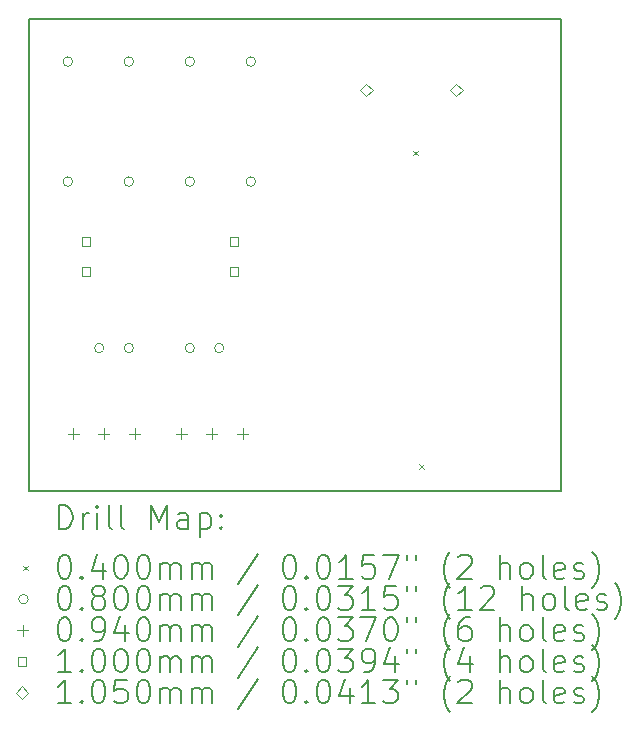
<source format=gbr>
%TF.GenerationSoftware,KiCad,Pcbnew,7.0.7*%
%TF.CreationDate,2023-10-13T15:55:00-04:00*%
%TF.ProjectId,project1,70726f6a-6563-4743-912e-6b696361645f,rev?*%
%TF.SameCoordinates,Original*%
%TF.FileFunction,Drillmap*%
%TF.FilePolarity,Positive*%
%FSLAX45Y45*%
G04 Gerber Fmt 4.5, Leading zero omitted, Abs format (unit mm)*
G04 Created by KiCad (PCBNEW 7.0.7) date 2023-10-13 15:55:00*
%MOMM*%
%LPD*%
G01*
G04 APERTURE LIST*
%ADD10C,0.200000*%
%ADD11C,0.040000*%
%ADD12C,0.080000*%
%ADD13C,0.094000*%
%ADD14C,0.100000*%
%ADD15C,0.105000*%
G04 APERTURE END LIST*
D10*
X10000000Y-14000000D02*
X14500000Y-14000000D01*
X14500000Y-14000000D02*
X14500000Y-10000000D01*
X10000000Y-10000000D02*
X10000000Y-14000000D01*
X14500000Y-10000000D02*
X10000000Y-10000000D01*
D11*
X13251500Y-11117900D02*
X13291500Y-11157900D01*
X13291500Y-11117900D02*
X13251500Y-11157900D01*
X13302300Y-13772200D02*
X13342300Y-13812200D01*
X13342300Y-13772200D02*
X13302300Y-13812200D01*
D12*
X10365100Y-10363200D02*
G75*
G03*
X10365100Y-10363200I-40000J0D01*
G01*
X10365100Y-11379200D02*
G75*
G03*
X10365100Y-11379200I-40000J0D01*
G01*
X10631800Y-12788900D02*
G75*
G03*
X10631800Y-12788900I-40000J0D01*
G01*
X10881567Y-10363200D02*
G75*
G03*
X10881567Y-10363200I-40000J0D01*
G01*
X10881567Y-11379200D02*
G75*
G03*
X10881567Y-11379200I-40000J0D01*
G01*
X10881800Y-12788900D02*
G75*
G03*
X10881800Y-12788900I-40000J0D01*
G01*
X11397800Y-12788900D02*
G75*
G03*
X11397800Y-12788900I-40000J0D01*
G01*
X11398033Y-10363200D02*
G75*
G03*
X11398033Y-10363200I-40000J0D01*
G01*
X11398033Y-11379200D02*
G75*
G03*
X11398033Y-11379200I-40000J0D01*
G01*
X11647800Y-12788900D02*
G75*
G03*
X11647800Y-12788900I-40000J0D01*
G01*
X11914500Y-10363200D02*
G75*
G03*
X11914500Y-10363200I-40000J0D01*
G01*
X11914500Y-11379200D02*
G75*
G03*
X11914500Y-11379200I-40000J0D01*
G01*
D13*
X10369900Y-13465600D02*
X10369900Y-13559600D01*
X10322900Y-13512600D02*
X10416900Y-13512600D01*
X10629900Y-13465600D02*
X10629900Y-13559600D01*
X10582900Y-13512600D02*
X10676900Y-13512600D01*
X10889900Y-13465600D02*
X10889900Y-13559600D01*
X10842900Y-13512600D02*
X10936900Y-13512600D01*
X11284300Y-13465600D02*
X11284300Y-13559600D01*
X11237300Y-13512600D02*
X11331300Y-13512600D01*
X11544300Y-13465600D02*
X11544300Y-13559600D01*
X11497300Y-13512600D02*
X11591300Y-13512600D01*
X11804300Y-13465600D02*
X11804300Y-13559600D01*
X11757300Y-13512600D02*
X11851300Y-13512600D01*
D14*
X10512856Y-11922556D02*
X10512856Y-11851844D01*
X10442144Y-11851844D01*
X10442144Y-11922556D01*
X10512856Y-11922556D01*
X10512856Y-12176556D02*
X10512856Y-12105844D01*
X10442144Y-12105844D01*
X10442144Y-12176556D01*
X10512856Y-12176556D01*
X11770156Y-11922556D02*
X11770156Y-11851844D01*
X11699444Y-11851844D01*
X11699444Y-11922556D01*
X11770156Y-11922556D01*
X11770156Y-12176556D02*
X11770156Y-12105844D01*
X11699444Y-12105844D01*
X11699444Y-12176556D01*
X11770156Y-12176556D01*
D15*
X12852500Y-10657000D02*
X12905000Y-10604500D01*
X12852500Y-10552000D01*
X12800000Y-10604500D01*
X12852500Y-10657000D01*
X13614500Y-10657000D02*
X13667000Y-10604500D01*
X13614500Y-10552000D01*
X13562000Y-10604500D01*
X13614500Y-10657000D01*
D10*
X10250777Y-14321484D02*
X10250777Y-14121484D01*
X10250777Y-14121484D02*
X10298396Y-14121484D01*
X10298396Y-14121484D02*
X10326967Y-14131008D01*
X10326967Y-14131008D02*
X10346015Y-14150055D01*
X10346015Y-14150055D02*
X10355539Y-14169103D01*
X10355539Y-14169103D02*
X10365063Y-14207198D01*
X10365063Y-14207198D02*
X10365063Y-14235769D01*
X10365063Y-14235769D02*
X10355539Y-14273865D01*
X10355539Y-14273865D02*
X10346015Y-14292912D01*
X10346015Y-14292912D02*
X10326967Y-14311960D01*
X10326967Y-14311960D02*
X10298396Y-14321484D01*
X10298396Y-14321484D02*
X10250777Y-14321484D01*
X10450777Y-14321484D02*
X10450777Y-14188150D01*
X10450777Y-14226246D02*
X10460301Y-14207198D01*
X10460301Y-14207198D02*
X10469824Y-14197674D01*
X10469824Y-14197674D02*
X10488872Y-14188150D01*
X10488872Y-14188150D02*
X10507920Y-14188150D01*
X10574586Y-14321484D02*
X10574586Y-14188150D01*
X10574586Y-14121484D02*
X10565063Y-14131008D01*
X10565063Y-14131008D02*
X10574586Y-14140531D01*
X10574586Y-14140531D02*
X10584110Y-14131008D01*
X10584110Y-14131008D02*
X10574586Y-14121484D01*
X10574586Y-14121484D02*
X10574586Y-14140531D01*
X10698396Y-14321484D02*
X10679348Y-14311960D01*
X10679348Y-14311960D02*
X10669824Y-14292912D01*
X10669824Y-14292912D02*
X10669824Y-14121484D01*
X10803158Y-14321484D02*
X10784110Y-14311960D01*
X10784110Y-14311960D02*
X10774586Y-14292912D01*
X10774586Y-14292912D02*
X10774586Y-14121484D01*
X11031729Y-14321484D02*
X11031729Y-14121484D01*
X11031729Y-14121484D02*
X11098396Y-14264341D01*
X11098396Y-14264341D02*
X11165063Y-14121484D01*
X11165063Y-14121484D02*
X11165063Y-14321484D01*
X11346015Y-14321484D02*
X11346015Y-14216722D01*
X11346015Y-14216722D02*
X11336491Y-14197674D01*
X11336491Y-14197674D02*
X11317443Y-14188150D01*
X11317443Y-14188150D02*
X11279348Y-14188150D01*
X11279348Y-14188150D02*
X11260301Y-14197674D01*
X11346015Y-14311960D02*
X11326967Y-14321484D01*
X11326967Y-14321484D02*
X11279348Y-14321484D01*
X11279348Y-14321484D02*
X11260301Y-14311960D01*
X11260301Y-14311960D02*
X11250777Y-14292912D01*
X11250777Y-14292912D02*
X11250777Y-14273865D01*
X11250777Y-14273865D02*
X11260301Y-14254817D01*
X11260301Y-14254817D02*
X11279348Y-14245293D01*
X11279348Y-14245293D02*
X11326967Y-14245293D01*
X11326967Y-14245293D02*
X11346015Y-14235769D01*
X11441253Y-14188150D02*
X11441253Y-14388150D01*
X11441253Y-14197674D02*
X11460301Y-14188150D01*
X11460301Y-14188150D02*
X11498396Y-14188150D01*
X11498396Y-14188150D02*
X11517443Y-14197674D01*
X11517443Y-14197674D02*
X11526967Y-14207198D01*
X11526967Y-14207198D02*
X11536491Y-14226246D01*
X11536491Y-14226246D02*
X11536491Y-14283388D01*
X11536491Y-14283388D02*
X11526967Y-14302436D01*
X11526967Y-14302436D02*
X11517443Y-14311960D01*
X11517443Y-14311960D02*
X11498396Y-14321484D01*
X11498396Y-14321484D02*
X11460301Y-14321484D01*
X11460301Y-14321484D02*
X11441253Y-14311960D01*
X11622205Y-14302436D02*
X11631729Y-14311960D01*
X11631729Y-14311960D02*
X11622205Y-14321484D01*
X11622205Y-14321484D02*
X11612682Y-14311960D01*
X11612682Y-14311960D02*
X11622205Y-14302436D01*
X11622205Y-14302436D02*
X11622205Y-14321484D01*
X11622205Y-14197674D02*
X11631729Y-14207198D01*
X11631729Y-14207198D02*
X11622205Y-14216722D01*
X11622205Y-14216722D02*
X11612682Y-14207198D01*
X11612682Y-14207198D02*
X11622205Y-14197674D01*
X11622205Y-14197674D02*
X11622205Y-14216722D01*
D11*
X9950000Y-14630000D02*
X9990000Y-14670000D01*
X9990000Y-14630000D02*
X9950000Y-14670000D01*
D10*
X10288872Y-14541484D02*
X10307920Y-14541484D01*
X10307920Y-14541484D02*
X10326967Y-14551008D01*
X10326967Y-14551008D02*
X10336491Y-14560531D01*
X10336491Y-14560531D02*
X10346015Y-14579579D01*
X10346015Y-14579579D02*
X10355539Y-14617674D01*
X10355539Y-14617674D02*
X10355539Y-14665293D01*
X10355539Y-14665293D02*
X10346015Y-14703388D01*
X10346015Y-14703388D02*
X10336491Y-14722436D01*
X10336491Y-14722436D02*
X10326967Y-14731960D01*
X10326967Y-14731960D02*
X10307920Y-14741484D01*
X10307920Y-14741484D02*
X10288872Y-14741484D01*
X10288872Y-14741484D02*
X10269824Y-14731960D01*
X10269824Y-14731960D02*
X10260301Y-14722436D01*
X10260301Y-14722436D02*
X10250777Y-14703388D01*
X10250777Y-14703388D02*
X10241253Y-14665293D01*
X10241253Y-14665293D02*
X10241253Y-14617674D01*
X10241253Y-14617674D02*
X10250777Y-14579579D01*
X10250777Y-14579579D02*
X10260301Y-14560531D01*
X10260301Y-14560531D02*
X10269824Y-14551008D01*
X10269824Y-14551008D02*
X10288872Y-14541484D01*
X10441253Y-14722436D02*
X10450777Y-14731960D01*
X10450777Y-14731960D02*
X10441253Y-14741484D01*
X10441253Y-14741484D02*
X10431729Y-14731960D01*
X10431729Y-14731960D02*
X10441253Y-14722436D01*
X10441253Y-14722436D02*
X10441253Y-14741484D01*
X10622205Y-14608150D02*
X10622205Y-14741484D01*
X10574586Y-14531960D02*
X10526967Y-14674817D01*
X10526967Y-14674817D02*
X10650777Y-14674817D01*
X10765063Y-14541484D02*
X10784110Y-14541484D01*
X10784110Y-14541484D02*
X10803158Y-14551008D01*
X10803158Y-14551008D02*
X10812682Y-14560531D01*
X10812682Y-14560531D02*
X10822205Y-14579579D01*
X10822205Y-14579579D02*
X10831729Y-14617674D01*
X10831729Y-14617674D02*
X10831729Y-14665293D01*
X10831729Y-14665293D02*
X10822205Y-14703388D01*
X10822205Y-14703388D02*
X10812682Y-14722436D01*
X10812682Y-14722436D02*
X10803158Y-14731960D01*
X10803158Y-14731960D02*
X10784110Y-14741484D01*
X10784110Y-14741484D02*
X10765063Y-14741484D01*
X10765063Y-14741484D02*
X10746015Y-14731960D01*
X10746015Y-14731960D02*
X10736491Y-14722436D01*
X10736491Y-14722436D02*
X10726967Y-14703388D01*
X10726967Y-14703388D02*
X10717444Y-14665293D01*
X10717444Y-14665293D02*
X10717444Y-14617674D01*
X10717444Y-14617674D02*
X10726967Y-14579579D01*
X10726967Y-14579579D02*
X10736491Y-14560531D01*
X10736491Y-14560531D02*
X10746015Y-14551008D01*
X10746015Y-14551008D02*
X10765063Y-14541484D01*
X10955539Y-14541484D02*
X10974586Y-14541484D01*
X10974586Y-14541484D02*
X10993634Y-14551008D01*
X10993634Y-14551008D02*
X11003158Y-14560531D01*
X11003158Y-14560531D02*
X11012682Y-14579579D01*
X11012682Y-14579579D02*
X11022205Y-14617674D01*
X11022205Y-14617674D02*
X11022205Y-14665293D01*
X11022205Y-14665293D02*
X11012682Y-14703388D01*
X11012682Y-14703388D02*
X11003158Y-14722436D01*
X11003158Y-14722436D02*
X10993634Y-14731960D01*
X10993634Y-14731960D02*
X10974586Y-14741484D01*
X10974586Y-14741484D02*
X10955539Y-14741484D01*
X10955539Y-14741484D02*
X10936491Y-14731960D01*
X10936491Y-14731960D02*
X10926967Y-14722436D01*
X10926967Y-14722436D02*
X10917444Y-14703388D01*
X10917444Y-14703388D02*
X10907920Y-14665293D01*
X10907920Y-14665293D02*
X10907920Y-14617674D01*
X10907920Y-14617674D02*
X10917444Y-14579579D01*
X10917444Y-14579579D02*
X10926967Y-14560531D01*
X10926967Y-14560531D02*
X10936491Y-14551008D01*
X10936491Y-14551008D02*
X10955539Y-14541484D01*
X11107920Y-14741484D02*
X11107920Y-14608150D01*
X11107920Y-14627198D02*
X11117444Y-14617674D01*
X11117444Y-14617674D02*
X11136491Y-14608150D01*
X11136491Y-14608150D02*
X11165063Y-14608150D01*
X11165063Y-14608150D02*
X11184110Y-14617674D01*
X11184110Y-14617674D02*
X11193634Y-14636722D01*
X11193634Y-14636722D02*
X11193634Y-14741484D01*
X11193634Y-14636722D02*
X11203158Y-14617674D01*
X11203158Y-14617674D02*
X11222205Y-14608150D01*
X11222205Y-14608150D02*
X11250777Y-14608150D01*
X11250777Y-14608150D02*
X11269824Y-14617674D01*
X11269824Y-14617674D02*
X11279348Y-14636722D01*
X11279348Y-14636722D02*
X11279348Y-14741484D01*
X11374586Y-14741484D02*
X11374586Y-14608150D01*
X11374586Y-14627198D02*
X11384110Y-14617674D01*
X11384110Y-14617674D02*
X11403158Y-14608150D01*
X11403158Y-14608150D02*
X11431729Y-14608150D01*
X11431729Y-14608150D02*
X11450777Y-14617674D01*
X11450777Y-14617674D02*
X11460301Y-14636722D01*
X11460301Y-14636722D02*
X11460301Y-14741484D01*
X11460301Y-14636722D02*
X11469824Y-14617674D01*
X11469824Y-14617674D02*
X11488872Y-14608150D01*
X11488872Y-14608150D02*
X11517443Y-14608150D01*
X11517443Y-14608150D02*
X11536491Y-14617674D01*
X11536491Y-14617674D02*
X11546015Y-14636722D01*
X11546015Y-14636722D02*
X11546015Y-14741484D01*
X11936491Y-14531960D02*
X11765063Y-14789103D01*
X12193634Y-14541484D02*
X12212682Y-14541484D01*
X12212682Y-14541484D02*
X12231729Y-14551008D01*
X12231729Y-14551008D02*
X12241253Y-14560531D01*
X12241253Y-14560531D02*
X12250777Y-14579579D01*
X12250777Y-14579579D02*
X12260301Y-14617674D01*
X12260301Y-14617674D02*
X12260301Y-14665293D01*
X12260301Y-14665293D02*
X12250777Y-14703388D01*
X12250777Y-14703388D02*
X12241253Y-14722436D01*
X12241253Y-14722436D02*
X12231729Y-14731960D01*
X12231729Y-14731960D02*
X12212682Y-14741484D01*
X12212682Y-14741484D02*
X12193634Y-14741484D01*
X12193634Y-14741484D02*
X12174586Y-14731960D01*
X12174586Y-14731960D02*
X12165063Y-14722436D01*
X12165063Y-14722436D02*
X12155539Y-14703388D01*
X12155539Y-14703388D02*
X12146015Y-14665293D01*
X12146015Y-14665293D02*
X12146015Y-14617674D01*
X12146015Y-14617674D02*
X12155539Y-14579579D01*
X12155539Y-14579579D02*
X12165063Y-14560531D01*
X12165063Y-14560531D02*
X12174586Y-14551008D01*
X12174586Y-14551008D02*
X12193634Y-14541484D01*
X12346015Y-14722436D02*
X12355539Y-14731960D01*
X12355539Y-14731960D02*
X12346015Y-14741484D01*
X12346015Y-14741484D02*
X12336491Y-14731960D01*
X12336491Y-14731960D02*
X12346015Y-14722436D01*
X12346015Y-14722436D02*
X12346015Y-14741484D01*
X12479348Y-14541484D02*
X12498396Y-14541484D01*
X12498396Y-14541484D02*
X12517444Y-14551008D01*
X12517444Y-14551008D02*
X12526967Y-14560531D01*
X12526967Y-14560531D02*
X12536491Y-14579579D01*
X12536491Y-14579579D02*
X12546015Y-14617674D01*
X12546015Y-14617674D02*
X12546015Y-14665293D01*
X12546015Y-14665293D02*
X12536491Y-14703388D01*
X12536491Y-14703388D02*
X12526967Y-14722436D01*
X12526967Y-14722436D02*
X12517444Y-14731960D01*
X12517444Y-14731960D02*
X12498396Y-14741484D01*
X12498396Y-14741484D02*
X12479348Y-14741484D01*
X12479348Y-14741484D02*
X12460301Y-14731960D01*
X12460301Y-14731960D02*
X12450777Y-14722436D01*
X12450777Y-14722436D02*
X12441253Y-14703388D01*
X12441253Y-14703388D02*
X12431729Y-14665293D01*
X12431729Y-14665293D02*
X12431729Y-14617674D01*
X12431729Y-14617674D02*
X12441253Y-14579579D01*
X12441253Y-14579579D02*
X12450777Y-14560531D01*
X12450777Y-14560531D02*
X12460301Y-14551008D01*
X12460301Y-14551008D02*
X12479348Y-14541484D01*
X12736491Y-14741484D02*
X12622206Y-14741484D01*
X12679348Y-14741484D02*
X12679348Y-14541484D01*
X12679348Y-14541484D02*
X12660301Y-14570055D01*
X12660301Y-14570055D02*
X12641253Y-14589103D01*
X12641253Y-14589103D02*
X12622206Y-14598627D01*
X12917444Y-14541484D02*
X12822206Y-14541484D01*
X12822206Y-14541484D02*
X12812682Y-14636722D01*
X12812682Y-14636722D02*
X12822206Y-14627198D01*
X12822206Y-14627198D02*
X12841253Y-14617674D01*
X12841253Y-14617674D02*
X12888872Y-14617674D01*
X12888872Y-14617674D02*
X12907920Y-14627198D01*
X12907920Y-14627198D02*
X12917444Y-14636722D01*
X12917444Y-14636722D02*
X12926967Y-14655769D01*
X12926967Y-14655769D02*
X12926967Y-14703388D01*
X12926967Y-14703388D02*
X12917444Y-14722436D01*
X12917444Y-14722436D02*
X12907920Y-14731960D01*
X12907920Y-14731960D02*
X12888872Y-14741484D01*
X12888872Y-14741484D02*
X12841253Y-14741484D01*
X12841253Y-14741484D02*
X12822206Y-14731960D01*
X12822206Y-14731960D02*
X12812682Y-14722436D01*
X12993634Y-14541484D02*
X13126967Y-14541484D01*
X13126967Y-14541484D02*
X13041253Y-14741484D01*
X13193634Y-14541484D02*
X13193634Y-14579579D01*
X13269825Y-14541484D02*
X13269825Y-14579579D01*
X13565063Y-14817674D02*
X13555539Y-14808150D01*
X13555539Y-14808150D02*
X13536491Y-14779579D01*
X13536491Y-14779579D02*
X13526968Y-14760531D01*
X13526968Y-14760531D02*
X13517444Y-14731960D01*
X13517444Y-14731960D02*
X13507920Y-14684341D01*
X13507920Y-14684341D02*
X13507920Y-14646246D01*
X13507920Y-14646246D02*
X13517444Y-14598627D01*
X13517444Y-14598627D02*
X13526968Y-14570055D01*
X13526968Y-14570055D02*
X13536491Y-14551008D01*
X13536491Y-14551008D02*
X13555539Y-14522436D01*
X13555539Y-14522436D02*
X13565063Y-14512912D01*
X13631729Y-14560531D02*
X13641253Y-14551008D01*
X13641253Y-14551008D02*
X13660301Y-14541484D01*
X13660301Y-14541484D02*
X13707920Y-14541484D01*
X13707920Y-14541484D02*
X13726968Y-14551008D01*
X13726968Y-14551008D02*
X13736491Y-14560531D01*
X13736491Y-14560531D02*
X13746015Y-14579579D01*
X13746015Y-14579579D02*
X13746015Y-14598627D01*
X13746015Y-14598627D02*
X13736491Y-14627198D01*
X13736491Y-14627198D02*
X13622206Y-14741484D01*
X13622206Y-14741484D02*
X13746015Y-14741484D01*
X13984110Y-14741484D02*
X13984110Y-14541484D01*
X14069825Y-14741484D02*
X14069825Y-14636722D01*
X14069825Y-14636722D02*
X14060301Y-14617674D01*
X14060301Y-14617674D02*
X14041253Y-14608150D01*
X14041253Y-14608150D02*
X14012682Y-14608150D01*
X14012682Y-14608150D02*
X13993634Y-14617674D01*
X13993634Y-14617674D02*
X13984110Y-14627198D01*
X14193634Y-14741484D02*
X14174587Y-14731960D01*
X14174587Y-14731960D02*
X14165063Y-14722436D01*
X14165063Y-14722436D02*
X14155539Y-14703388D01*
X14155539Y-14703388D02*
X14155539Y-14646246D01*
X14155539Y-14646246D02*
X14165063Y-14627198D01*
X14165063Y-14627198D02*
X14174587Y-14617674D01*
X14174587Y-14617674D02*
X14193634Y-14608150D01*
X14193634Y-14608150D02*
X14222206Y-14608150D01*
X14222206Y-14608150D02*
X14241253Y-14617674D01*
X14241253Y-14617674D02*
X14250777Y-14627198D01*
X14250777Y-14627198D02*
X14260301Y-14646246D01*
X14260301Y-14646246D02*
X14260301Y-14703388D01*
X14260301Y-14703388D02*
X14250777Y-14722436D01*
X14250777Y-14722436D02*
X14241253Y-14731960D01*
X14241253Y-14731960D02*
X14222206Y-14741484D01*
X14222206Y-14741484D02*
X14193634Y-14741484D01*
X14374587Y-14741484D02*
X14355539Y-14731960D01*
X14355539Y-14731960D02*
X14346015Y-14712912D01*
X14346015Y-14712912D02*
X14346015Y-14541484D01*
X14526968Y-14731960D02*
X14507920Y-14741484D01*
X14507920Y-14741484D02*
X14469825Y-14741484D01*
X14469825Y-14741484D02*
X14450777Y-14731960D01*
X14450777Y-14731960D02*
X14441253Y-14712912D01*
X14441253Y-14712912D02*
X14441253Y-14636722D01*
X14441253Y-14636722D02*
X14450777Y-14617674D01*
X14450777Y-14617674D02*
X14469825Y-14608150D01*
X14469825Y-14608150D02*
X14507920Y-14608150D01*
X14507920Y-14608150D02*
X14526968Y-14617674D01*
X14526968Y-14617674D02*
X14536491Y-14636722D01*
X14536491Y-14636722D02*
X14536491Y-14655769D01*
X14536491Y-14655769D02*
X14441253Y-14674817D01*
X14612682Y-14731960D02*
X14631730Y-14741484D01*
X14631730Y-14741484D02*
X14669825Y-14741484D01*
X14669825Y-14741484D02*
X14688872Y-14731960D01*
X14688872Y-14731960D02*
X14698396Y-14712912D01*
X14698396Y-14712912D02*
X14698396Y-14703388D01*
X14698396Y-14703388D02*
X14688872Y-14684341D01*
X14688872Y-14684341D02*
X14669825Y-14674817D01*
X14669825Y-14674817D02*
X14641253Y-14674817D01*
X14641253Y-14674817D02*
X14622206Y-14665293D01*
X14622206Y-14665293D02*
X14612682Y-14646246D01*
X14612682Y-14646246D02*
X14612682Y-14636722D01*
X14612682Y-14636722D02*
X14622206Y-14617674D01*
X14622206Y-14617674D02*
X14641253Y-14608150D01*
X14641253Y-14608150D02*
X14669825Y-14608150D01*
X14669825Y-14608150D02*
X14688872Y-14617674D01*
X14765063Y-14817674D02*
X14774587Y-14808150D01*
X14774587Y-14808150D02*
X14793634Y-14779579D01*
X14793634Y-14779579D02*
X14803158Y-14760531D01*
X14803158Y-14760531D02*
X14812682Y-14731960D01*
X14812682Y-14731960D02*
X14822206Y-14684341D01*
X14822206Y-14684341D02*
X14822206Y-14646246D01*
X14822206Y-14646246D02*
X14812682Y-14598627D01*
X14812682Y-14598627D02*
X14803158Y-14570055D01*
X14803158Y-14570055D02*
X14793634Y-14551008D01*
X14793634Y-14551008D02*
X14774587Y-14522436D01*
X14774587Y-14522436D02*
X14765063Y-14512912D01*
D12*
X9990000Y-14914000D02*
G75*
G03*
X9990000Y-14914000I-40000J0D01*
G01*
D10*
X10288872Y-14805484D02*
X10307920Y-14805484D01*
X10307920Y-14805484D02*
X10326967Y-14815008D01*
X10326967Y-14815008D02*
X10336491Y-14824531D01*
X10336491Y-14824531D02*
X10346015Y-14843579D01*
X10346015Y-14843579D02*
X10355539Y-14881674D01*
X10355539Y-14881674D02*
X10355539Y-14929293D01*
X10355539Y-14929293D02*
X10346015Y-14967388D01*
X10346015Y-14967388D02*
X10336491Y-14986436D01*
X10336491Y-14986436D02*
X10326967Y-14995960D01*
X10326967Y-14995960D02*
X10307920Y-15005484D01*
X10307920Y-15005484D02*
X10288872Y-15005484D01*
X10288872Y-15005484D02*
X10269824Y-14995960D01*
X10269824Y-14995960D02*
X10260301Y-14986436D01*
X10260301Y-14986436D02*
X10250777Y-14967388D01*
X10250777Y-14967388D02*
X10241253Y-14929293D01*
X10241253Y-14929293D02*
X10241253Y-14881674D01*
X10241253Y-14881674D02*
X10250777Y-14843579D01*
X10250777Y-14843579D02*
X10260301Y-14824531D01*
X10260301Y-14824531D02*
X10269824Y-14815008D01*
X10269824Y-14815008D02*
X10288872Y-14805484D01*
X10441253Y-14986436D02*
X10450777Y-14995960D01*
X10450777Y-14995960D02*
X10441253Y-15005484D01*
X10441253Y-15005484D02*
X10431729Y-14995960D01*
X10431729Y-14995960D02*
X10441253Y-14986436D01*
X10441253Y-14986436D02*
X10441253Y-15005484D01*
X10565063Y-14891198D02*
X10546015Y-14881674D01*
X10546015Y-14881674D02*
X10536491Y-14872150D01*
X10536491Y-14872150D02*
X10526967Y-14853103D01*
X10526967Y-14853103D02*
X10526967Y-14843579D01*
X10526967Y-14843579D02*
X10536491Y-14824531D01*
X10536491Y-14824531D02*
X10546015Y-14815008D01*
X10546015Y-14815008D02*
X10565063Y-14805484D01*
X10565063Y-14805484D02*
X10603158Y-14805484D01*
X10603158Y-14805484D02*
X10622205Y-14815008D01*
X10622205Y-14815008D02*
X10631729Y-14824531D01*
X10631729Y-14824531D02*
X10641253Y-14843579D01*
X10641253Y-14843579D02*
X10641253Y-14853103D01*
X10641253Y-14853103D02*
X10631729Y-14872150D01*
X10631729Y-14872150D02*
X10622205Y-14881674D01*
X10622205Y-14881674D02*
X10603158Y-14891198D01*
X10603158Y-14891198D02*
X10565063Y-14891198D01*
X10565063Y-14891198D02*
X10546015Y-14900722D01*
X10546015Y-14900722D02*
X10536491Y-14910246D01*
X10536491Y-14910246D02*
X10526967Y-14929293D01*
X10526967Y-14929293D02*
X10526967Y-14967388D01*
X10526967Y-14967388D02*
X10536491Y-14986436D01*
X10536491Y-14986436D02*
X10546015Y-14995960D01*
X10546015Y-14995960D02*
X10565063Y-15005484D01*
X10565063Y-15005484D02*
X10603158Y-15005484D01*
X10603158Y-15005484D02*
X10622205Y-14995960D01*
X10622205Y-14995960D02*
X10631729Y-14986436D01*
X10631729Y-14986436D02*
X10641253Y-14967388D01*
X10641253Y-14967388D02*
X10641253Y-14929293D01*
X10641253Y-14929293D02*
X10631729Y-14910246D01*
X10631729Y-14910246D02*
X10622205Y-14900722D01*
X10622205Y-14900722D02*
X10603158Y-14891198D01*
X10765063Y-14805484D02*
X10784110Y-14805484D01*
X10784110Y-14805484D02*
X10803158Y-14815008D01*
X10803158Y-14815008D02*
X10812682Y-14824531D01*
X10812682Y-14824531D02*
X10822205Y-14843579D01*
X10822205Y-14843579D02*
X10831729Y-14881674D01*
X10831729Y-14881674D02*
X10831729Y-14929293D01*
X10831729Y-14929293D02*
X10822205Y-14967388D01*
X10822205Y-14967388D02*
X10812682Y-14986436D01*
X10812682Y-14986436D02*
X10803158Y-14995960D01*
X10803158Y-14995960D02*
X10784110Y-15005484D01*
X10784110Y-15005484D02*
X10765063Y-15005484D01*
X10765063Y-15005484D02*
X10746015Y-14995960D01*
X10746015Y-14995960D02*
X10736491Y-14986436D01*
X10736491Y-14986436D02*
X10726967Y-14967388D01*
X10726967Y-14967388D02*
X10717444Y-14929293D01*
X10717444Y-14929293D02*
X10717444Y-14881674D01*
X10717444Y-14881674D02*
X10726967Y-14843579D01*
X10726967Y-14843579D02*
X10736491Y-14824531D01*
X10736491Y-14824531D02*
X10746015Y-14815008D01*
X10746015Y-14815008D02*
X10765063Y-14805484D01*
X10955539Y-14805484D02*
X10974586Y-14805484D01*
X10974586Y-14805484D02*
X10993634Y-14815008D01*
X10993634Y-14815008D02*
X11003158Y-14824531D01*
X11003158Y-14824531D02*
X11012682Y-14843579D01*
X11012682Y-14843579D02*
X11022205Y-14881674D01*
X11022205Y-14881674D02*
X11022205Y-14929293D01*
X11022205Y-14929293D02*
X11012682Y-14967388D01*
X11012682Y-14967388D02*
X11003158Y-14986436D01*
X11003158Y-14986436D02*
X10993634Y-14995960D01*
X10993634Y-14995960D02*
X10974586Y-15005484D01*
X10974586Y-15005484D02*
X10955539Y-15005484D01*
X10955539Y-15005484D02*
X10936491Y-14995960D01*
X10936491Y-14995960D02*
X10926967Y-14986436D01*
X10926967Y-14986436D02*
X10917444Y-14967388D01*
X10917444Y-14967388D02*
X10907920Y-14929293D01*
X10907920Y-14929293D02*
X10907920Y-14881674D01*
X10907920Y-14881674D02*
X10917444Y-14843579D01*
X10917444Y-14843579D02*
X10926967Y-14824531D01*
X10926967Y-14824531D02*
X10936491Y-14815008D01*
X10936491Y-14815008D02*
X10955539Y-14805484D01*
X11107920Y-15005484D02*
X11107920Y-14872150D01*
X11107920Y-14891198D02*
X11117444Y-14881674D01*
X11117444Y-14881674D02*
X11136491Y-14872150D01*
X11136491Y-14872150D02*
X11165063Y-14872150D01*
X11165063Y-14872150D02*
X11184110Y-14881674D01*
X11184110Y-14881674D02*
X11193634Y-14900722D01*
X11193634Y-14900722D02*
X11193634Y-15005484D01*
X11193634Y-14900722D02*
X11203158Y-14881674D01*
X11203158Y-14881674D02*
X11222205Y-14872150D01*
X11222205Y-14872150D02*
X11250777Y-14872150D01*
X11250777Y-14872150D02*
X11269824Y-14881674D01*
X11269824Y-14881674D02*
X11279348Y-14900722D01*
X11279348Y-14900722D02*
X11279348Y-15005484D01*
X11374586Y-15005484D02*
X11374586Y-14872150D01*
X11374586Y-14891198D02*
X11384110Y-14881674D01*
X11384110Y-14881674D02*
X11403158Y-14872150D01*
X11403158Y-14872150D02*
X11431729Y-14872150D01*
X11431729Y-14872150D02*
X11450777Y-14881674D01*
X11450777Y-14881674D02*
X11460301Y-14900722D01*
X11460301Y-14900722D02*
X11460301Y-15005484D01*
X11460301Y-14900722D02*
X11469824Y-14881674D01*
X11469824Y-14881674D02*
X11488872Y-14872150D01*
X11488872Y-14872150D02*
X11517443Y-14872150D01*
X11517443Y-14872150D02*
X11536491Y-14881674D01*
X11536491Y-14881674D02*
X11546015Y-14900722D01*
X11546015Y-14900722D02*
X11546015Y-15005484D01*
X11936491Y-14795960D02*
X11765063Y-15053103D01*
X12193634Y-14805484D02*
X12212682Y-14805484D01*
X12212682Y-14805484D02*
X12231729Y-14815008D01*
X12231729Y-14815008D02*
X12241253Y-14824531D01*
X12241253Y-14824531D02*
X12250777Y-14843579D01*
X12250777Y-14843579D02*
X12260301Y-14881674D01*
X12260301Y-14881674D02*
X12260301Y-14929293D01*
X12260301Y-14929293D02*
X12250777Y-14967388D01*
X12250777Y-14967388D02*
X12241253Y-14986436D01*
X12241253Y-14986436D02*
X12231729Y-14995960D01*
X12231729Y-14995960D02*
X12212682Y-15005484D01*
X12212682Y-15005484D02*
X12193634Y-15005484D01*
X12193634Y-15005484D02*
X12174586Y-14995960D01*
X12174586Y-14995960D02*
X12165063Y-14986436D01*
X12165063Y-14986436D02*
X12155539Y-14967388D01*
X12155539Y-14967388D02*
X12146015Y-14929293D01*
X12146015Y-14929293D02*
X12146015Y-14881674D01*
X12146015Y-14881674D02*
X12155539Y-14843579D01*
X12155539Y-14843579D02*
X12165063Y-14824531D01*
X12165063Y-14824531D02*
X12174586Y-14815008D01*
X12174586Y-14815008D02*
X12193634Y-14805484D01*
X12346015Y-14986436D02*
X12355539Y-14995960D01*
X12355539Y-14995960D02*
X12346015Y-15005484D01*
X12346015Y-15005484D02*
X12336491Y-14995960D01*
X12336491Y-14995960D02*
X12346015Y-14986436D01*
X12346015Y-14986436D02*
X12346015Y-15005484D01*
X12479348Y-14805484D02*
X12498396Y-14805484D01*
X12498396Y-14805484D02*
X12517444Y-14815008D01*
X12517444Y-14815008D02*
X12526967Y-14824531D01*
X12526967Y-14824531D02*
X12536491Y-14843579D01*
X12536491Y-14843579D02*
X12546015Y-14881674D01*
X12546015Y-14881674D02*
X12546015Y-14929293D01*
X12546015Y-14929293D02*
X12536491Y-14967388D01*
X12536491Y-14967388D02*
X12526967Y-14986436D01*
X12526967Y-14986436D02*
X12517444Y-14995960D01*
X12517444Y-14995960D02*
X12498396Y-15005484D01*
X12498396Y-15005484D02*
X12479348Y-15005484D01*
X12479348Y-15005484D02*
X12460301Y-14995960D01*
X12460301Y-14995960D02*
X12450777Y-14986436D01*
X12450777Y-14986436D02*
X12441253Y-14967388D01*
X12441253Y-14967388D02*
X12431729Y-14929293D01*
X12431729Y-14929293D02*
X12431729Y-14881674D01*
X12431729Y-14881674D02*
X12441253Y-14843579D01*
X12441253Y-14843579D02*
X12450777Y-14824531D01*
X12450777Y-14824531D02*
X12460301Y-14815008D01*
X12460301Y-14815008D02*
X12479348Y-14805484D01*
X12612682Y-14805484D02*
X12736491Y-14805484D01*
X12736491Y-14805484D02*
X12669825Y-14881674D01*
X12669825Y-14881674D02*
X12698396Y-14881674D01*
X12698396Y-14881674D02*
X12717444Y-14891198D01*
X12717444Y-14891198D02*
X12726967Y-14900722D01*
X12726967Y-14900722D02*
X12736491Y-14919769D01*
X12736491Y-14919769D02*
X12736491Y-14967388D01*
X12736491Y-14967388D02*
X12726967Y-14986436D01*
X12726967Y-14986436D02*
X12717444Y-14995960D01*
X12717444Y-14995960D02*
X12698396Y-15005484D01*
X12698396Y-15005484D02*
X12641253Y-15005484D01*
X12641253Y-15005484D02*
X12622206Y-14995960D01*
X12622206Y-14995960D02*
X12612682Y-14986436D01*
X12926967Y-15005484D02*
X12812682Y-15005484D01*
X12869825Y-15005484D02*
X12869825Y-14805484D01*
X12869825Y-14805484D02*
X12850777Y-14834055D01*
X12850777Y-14834055D02*
X12831729Y-14853103D01*
X12831729Y-14853103D02*
X12812682Y-14862627D01*
X13107920Y-14805484D02*
X13012682Y-14805484D01*
X13012682Y-14805484D02*
X13003158Y-14900722D01*
X13003158Y-14900722D02*
X13012682Y-14891198D01*
X13012682Y-14891198D02*
X13031729Y-14881674D01*
X13031729Y-14881674D02*
X13079348Y-14881674D01*
X13079348Y-14881674D02*
X13098396Y-14891198D01*
X13098396Y-14891198D02*
X13107920Y-14900722D01*
X13107920Y-14900722D02*
X13117444Y-14919769D01*
X13117444Y-14919769D02*
X13117444Y-14967388D01*
X13117444Y-14967388D02*
X13107920Y-14986436D01*
X13107920Y-14986436D02*
X13098396Y-14995960D01*
X13098396Y-14995960D02*
X13079348Y-15005484D01*
X13079348Y-15005484D02*
X13031729Y-15005484D01*
X13031729Y-15005484D02*
X13012682Y-14995960D01*
X13012682Y-14995960D02*
X13003158Y-14986436D01*
X13193634Y-14805484D02*
X13193634Y-14843579D01*
X13269825Y-14805484D02*
X13269825Y-14843579D01*
X13565063Y-15081674D02*
X13555539Y-15072150D01*
X13555539Y-15072150D02*
X13536491Y-15043579D01*
X13536491Y-15043579D02*
X13526968Y-15024531D01*
X13526968Y-15024531D02*
X13517444Y-14995960D01*
X13517444Y-14995960D02*
X13507920Y-14948341D01*
X13507920Y-14948341D02*
X13507920Y-14910246D01*
X13507920Y-14910246D02*
X13517444Y-14862627D01*
X13517444Y-14862627D02*
X13526968Y-14834055D01*
X13526968Y-14834055D02*
X13536491Y-14815008D01*
X13536491Y-14815008D02*
X13555539Y-14786436D01*
X13555539Y-14786436D02*
X13565063Y-14776912D01*
X13746015Y-15005484D02*
X13631729Y-15005484D01*
X13688872Y-15005484D02*
X13688872Y-14805484D01*
X13688872Y-14805484D02*
X13669825Y-14834055D01*
X13669825Y-14834055D02*
X13650777Y-14853103D01*
X13650777Y-14853103D02*
X13631729Y-14862627D01*
X13822206Y-14824531D02*
X13831729Y-14815008D01*
X13831729Y-14815008D02*
X13850777Y-14805484D01*
X13850777Y-14805484D02*
X13898396Y-14805484D01*
X13898396Y-14805484D02*
X13917444Y-14815008D01*
X13917444Y-14815008D02*
X13926968Y-14824531D01*
X13926968Y-14824531D02*
X13936491Y-14843579D01*
X13936491Y-14843579D02*
X13936491Y-14862627D01*
X13936491Y-14862627D02*
X13926968Y-14891198D01*
X13926968Y-14891198D02*
X13812682Y-15005484D01*
X13812682Y-15005484D02*
X13936491Y-15005484D01*
X14174587Y-15005484D02*
X14174587Y-14805484D01*
X14260301Y-15005484D02*
X14260301Y-14900722D01*
X14260301Y-14900722D02*
X14250777Y-14881674D01*
X14250777Y-14881674D02*
X14231730Y-14872150D01*
X14231730Y-14872150D02*
X14203158Y-14872150D01*
X14203158Y-14872150D02*
X14184110Y-14881674D01*
X14184110Y-14881674D02*
X14174587Y-14891198D01*
X14384110Y-15005484D02*
X14365063Y-14995960D01*
X14365063Y-14995960D02*
X14355539Y-14986436D01*
X14355539Y-14986436D02*
X14346015Y-14967388D01*
X14346015Y-14967388D02*
X14346015Y-14910246D01*
X14346015Y-14910246D02*
X14355539Y-14891198D01*
X14355539Y-14891198D02*
X14365063Y-14881674D01*
X14365063Y-14881674D02*
X14384110Y-14872150D01*
X14384110Y-14872150D02*
X14412682Y-14872150D01*
X14412682Y-14872150D02*
X14431730Y-14881674D01*
X14431730Y-14881674D02*
X14441253Y-14891198D01*
X14441253Y-14891198D02*
X14450777Y-14910246D01*
X14450777Y-14910246D02*
X14450777Y-14967388D01*
X14450777Y-14967388D02*
X14441253Y-14986436D01*
X14441253Y-14986436D02*
X14431730Y-14995960D01*
X14431730Y-14995960D02*
X14412682Y-15005484D01*
X14412682Y-15005484D02*
X14384110Y-15005484D01*
X14565063Y-15005484D02*
X14546015Y-14995960D01*
X14546015Y-14995960D02*
X14536491Y-14976912D01*
X14536491Y-14976912D02*
X14536491Y-14805484D01*
X14717444Y-14995960D02*
X14698396Y-15005484D01*
X14698396Y-15005484D02*
X14660301Y-15005484D01*
X14660301Y-15005484D02*
X14641253Y-14995960D01*
X14641253Y-14995960D02*
X14631730Y-14976912D01*
X14631730Y-14976912D02*
X14631730Y-14900722D01*
X14631730Y-14900722D02*
X14641253Y-14881674D01*
X14641253Y-14881674D02*
X14660301Y-14872150D01*
X14660301Y-14872150D02*
X14698396Y-14872150D01*
X14698396Y-14872150D02*
X14717444Y-14881674D01*
X14717444Y-14881674D02*
X14726968Y-14900722D01*
X14726968Y-14900722D02*
X14726968Y-14919769D01*
X14726968Y-14919769D02*
X14631730Y-14938817D01*
X14803158Y-14995960D02*
X14822206Y-15005484D01*
X14822206Y-15005484D02*
X14860301Y-15005484D01*
X14860301Y-15005484D02*
X14879349Y-14995960D01*
X14879349Y-14995960D02*
X14888872Y-14976912D01*
X14888872Y-14976912D02*
X14888872Y-14967388D01*
X14888872Y-14967388D02*
X14879349Y-14948341D01*
X14879349Y-14948341D02*
X14860301Y-14938817D01*
X14860301Y-14938817D02*
X14831730Y-14938817D01*
X14831730Y-14938817D02*
X14812682Y-14929293D01*
X14812682Y-14929293D02*
X14803158Y-14910246D01*
X14803158Y-14910246D02*
X14803158Y-14900722D01*
X14803158Y-14900722D02*
X14812682Y-14881674D01*
X14812682Y-14881674D02*
X14831730Y-14872150D01*
X14831730Y-14872150D02*
X14860301Y-14872150D01*
X14860301Y-14872150D02*
X14879349Y-14881674D01*
X14955539Y-15081674D02*
X14965063Y-15072150D01*
X14965063Y-15072150D02*
X14984111Y-15043579D01*
X14984111Y-15043579D02*
X14993634Y-15024531D01*
X14993634Y-15024531D02*
X15003158Y-14995960D01*
X15003158Y-14995960D02*
X15012682Y-14948341D01*
X15012682Y-14948341D02*
X15012682Y-14910246D01*
X15012682Y-14910246D02*
X15003158Y-14862627D01*
X15003158Y-14862627D02*
X14993634Y-14834055D01*
X14993634Y-14834055D02*
X14984111Y-14815008D01*
X14984111Y-14815008D02*
X14965063Y-14786436D01*
X14965063Y-14786436D02*
X14955539Y-14776912D01*
D13*
X9943000Y-15131000D02*
X9943000Y-15225000D01*
X9896000Y-15178000D02*
X9990000Y-15178000D01*
D10*
X10288872Y-15069484D02*
X10307920Y-15069484D01*
X10307920Y-15069484D02*
X10326967Y-15079008D01*
X10326967Y-15079008D02*
X10336491Y-15088531D01*
X10336491Y-15088531D02*
X10346015Y-15107579D01*
X10346015Y-15107579D02*
X10355539Y-15145674D01*
X10355539Y-15145674D02*
X10355539Y-15193293D01*
X10355539Y-15193293D02*
X10346015Y-15231388D01*
X10346015Y-15231388D02*
X10336491Y-15250436D01*
X10336491Y-15250436D02*
X10326967Y-15259960D01*
X10326967Y-15259960D02*
X10307920Y-15269484D01*
X10307920Y-15269484D02*
X10288872Y-15269484D01*
X10288872Y-15269484D02*
X10269824Y-15259960D01*
X10269824Y-15259960D02*
X10260301Y-15250436D01*
X10260301Y-15250436D02*
X10250777Y-15231388D01*
X10250777Y-15231388D02*
X10241253Y-15193293D01*
X10241253Y-15193293D02*
X10241253Y-15145674D01*
X10241253Y-15145674D02*
X10250777Y-15107579D01*
X10250777Y-15107579D02*
X10260301Y-15088531D01*
X10260301Y-15088531D02*
X10269824Y-15079008D01*
X10269824Y-15079008D02*
X10288872Y-15069484D01*
X10441253Y-15250436D02*
X10450777Y-15259960D01*
X10450777Y-15259960D02*
X10441253Y-15269484D01*
X10441253Y-15269484D02*
X10431729Y-15259960D01*
X10431729Y-15259960D02*
X10441253Y-15250436D01*
X10441253Y-15250436D02*
X10441253Y-15269484D01*
X10546015Y-15269484D02*
X10584110Y-15269484D01*
X10584110Y-15269484D02*
X10603158Y-15259960D01*
X10603158Y-15259960D02*
X10612682Y-15250436D01*
X10612682Y-15250436D02*
X10631729Y-15221865D01*
X10631729Y-15221865D02*
X10641253Y-15183769D01*
X10641253Y-15183769D02*
X10641253Y-15107579D01*
X10641253Y-15107579D02*
X10631729Y-15088531D01*
X10631729Y-15088531D02*
X10622205Y-15079008D01*
X10622205Y-15079008D02*
X10603158Y-15069484D01*
X10603158Y-15069484D02*
X10565063Y-15069484D01*
X10565063Y-15069484D02*
X10546015Y-15079008D01*
X10546015Y-15079008D02*
X10536491Y-15088531D01*
X10536491Y-15088531D02*
X10526967Y-15107579D01*
X10526967Y-15107579D02*
X10526967Y-15155198D01*
X10526967Y-15155198D02*
X10536491Y-15174246D01*
X10536491Y-15174246D02*
X10546015Y-15183769D01*
X10546015Y-15183769D02*
X10565063Y-15193293D01*
X10565063Y-15193293D02*
X10603158Y-15193293D01*
X10603158Y-15193293D02*
X10622205Y-15183769D01*
X10622205Y-15183769D02*
X10631729Y-15174246D01*
X10631729Y-15174246D02*
X10641253Y-15155198D01*
X10812682Y-15136150D02*
X10812682Y-15269484D01*
X10765063Y-15059960D02*
X10717444Y-15202817D01*
X10717444Y-15202817D02*
X10841253Y-15202817D01*
X10955539Y-15069484D02*
X10974586Y-15069484D01*
X10974586Y-15069484D02*
X10993634Y-15079008D01*
X10993634Y-15079008D02*
X11003158Y-15088531D01*
X11003158Y-15088531D02*
X11012682Y-15107579D01*
X11012682Y-15107579D02*
X11022205Y-15145674D01*
X11022205Y-15145674D02*
X11022205Y-15193293D01*
X11022205Y-15193293D02*
X11012682Y-15231388D01*
X11012682Y-15231388D02*
X11003158Y-15250436D01*
X11003158Y-15250436D02*
X10993634Y-15259960D01*
X10993634Y-15259960D02*
X10974586Y-15269484D01*
X10974586Y-15269484D02*
X10955539Y-15269484D01*
X10955539Y-15269484D02*
X10936491Y-15259960D01*
X10936491Y-15259960D02*
X10926967Y-15250436D01*
X10926967Y-15250436D02*
X10917444Y-15231388D01*
X10917444Y-15231388D02*
X10907920Y-15193293D01*
X10907920Y-15193293D02*
X10907920Y-15145674D01*
X10907920Y-15145674D02*
X10917444Y-15107579D01*
X10917444Y-15107579D02*
X10926967Y-15088531D01*
X10926967Y-15088531D02*
X10936491Y-15079008D01*
X10936491Y-15079008D02*
X10955539Y-15069484D01*
X11107920Y-15269484D02*
X11107920Y-15136150D01*
X11107920Y-15155198D02*
X11117444Y-15145674D01*
X11117444Y-15145674D02*
X11136491Y-15136150D01*
X11136491Y-15136150D02*
X11165063Y-15136150D01*
X11165063Y-15136150D02*
X11184110Y-15145674D01*
X11184110Y-15145674D02*
X11193634Y-15164722D01*
X11193634Y-15164722D02*
X11193634Y-15269484D01*
X11193634Y-15164722D02*
X11203158Y-15145674D01*
X11203158Y-15145674D02*
X11222205Y-15136150D01*
X11222205Y-15136150D02*
X11250777Y-15136150D01*
X11250777Y-15136150D02*
X11269824Y-15145674D01*
X11269824Y-15145674D02*
X11279348Y-15164722D01*
X11279348Y-15164722D02*
X11279348Y-15269484D01*
X11374586Y-15269484D02*
X11374586Y-15136150D01*
X11374586Y-15155198D02*
X11384110Y-15145674D01*
X11384110Y-15145674D02*
X11403158Y-15136150D01*
X11403158Y-15136150D02*
X11431729Y-15136150D01*
X11431729Y-15136150D02*
X11450777Y-15145674D01*
X11450777Y-15145674D02*
X11460301Y-15164722D01*
X11460301Y-15164722D02*
X11460301Y-15269484D01*
X11460301Y-15164722D02*
X11469824Y-15145674D01*
X11469824Y-15145674D02*
X11488872Y-15136150D01*
X11488872Y-15136150D02*
X11517443Y-15136150D01*
X11517443Y-15136150D02*
X11536491Y-15145674D01*
X11536491Y-15145674D02*
X11546015Y-15164722D01*
X11546015Y-15164722D02*
X11546015Y-15269484D01*
X11936491Y-15059960D02*
X11765063Y-15317103D01*
X12193634Y-15069484D02*
X12212682Y-15069484D01*
X12212682Y-15069484D02*
X12231729Y-15079008D01*
X12231729Y-15079008D02*
X12241253Y-15088531D01*
X12241253Y-15088531D02*
X12250777Y-15107579D01*
X12250777Y-15107579D02*
X12260301Y-15145674D01*
X12260301Y-15145674D02*
X12260301Y-15193293D01*
X12260301Y-15193293D02*
X12250777Y-15231388D01*
X12250777Y-15231388D02*
X12241253Y-15250436D01*
X12241253Y-15250436D02*
X12231729Y-15259960D01*
X12231729Y-15259960D02*
X12212682Y-15269484D01*
X12212682Y-15269484D02*
X12193634Y-15269484D01*
X12193634Y-15269484D02*
X12174586Y-15259960D01*
X12174586Y-15259960D02*
X12165063Y-15250436D01*
X12165063Y-15250436D02*
X12155539Y-15231388D01*
X12155539Y-15231388D02*
X12146015Y-15193293D01*
X12146015Y-15193293D02*
X12146015Y-15145674D01*
X12146015Y-15145674D02*
X12155539Y-15107579D01*
X12155539Y-15107579D02*
X12165063Y-15088531D01*
X12165063Y-15088531D02*
X12174586Y-15079008D01*
X12174586Y-15079008D02*
X12193634Y-15069484D01*
X12346015Y-15250436D02*
X12355539Y-15259960D01*
X12355539Y-15259960D02*
X12346015Y-15269484D01*
X12346015Y-15269484D02*
X12336491Y-15259960D01*
X12336491Y-15259960D02*
X12346015Y-15250436D01*
X12346015Y-15250436D02*
X12346015Y-15269484D01*
X12479348Y-15069484D02*
X12498396Y-15069484D01*
X12498396Y-15069484D02*
X12517444Y-15079008D01*
X12517444Y-15079008D02*
X12526967Y-15088531D01*
X12526967Y-15088531D02*
X12536491Y-15107579D01*
X12536491Y-15107579D02*
X12546015Y-15145674D01*
X12546015Y-15145674D02*
X12546015Y-15193293D01*
X12546015Y-15193293D02*
X12536491Y-15231388D01*
X12536491Y-15231388D02*
X12526967Y-15250436D01*
X12526967Y-15250436D02*
X12517444Y-15259960D01*
X12517444Y-15259960D02*
X12498396Y-15269484D01*
X12498396Y-15269484D02*
X12479348Y-15269484D01*
X12479348Y-15269484D02*
X12460301Y-15259960D01*
X12460301Y-15259960D02*
X12450777Y-15250436D01*
X12450777Y-15250436D02*
X12441253Y-15231388D01*
X12441253Y-15231388D02*
X12431729Y-15193293D01*
X12431729Y-15193293D02*
X12431729Y-15145674D01*
X12431729Y-15145674D02*
X12441253Y-15107579D01*
X12441253Y-15107579D02*
X12450777Y-15088531D01*
X12450777Y-15088531D02*
X12460301Y-15079008D01*
X12460301Y-15079008D02*
X12479348Y-15069484D01*
X12612682Y-15069484D02*
X12736491Y-15069484D01*
X12736491Y-15069484D02*
X12669825Y-15145674D01*
X12669825Y-15145674D02*
X12698396Y-15145674D01*
X12698396Y-15145674D02*
X12717444Y-15155198D01*
X12717444Y-15155198D02*
X12726967Y-15164722D01*
X12726967Y-15164722D02*
X12736491Y-15183769D01*
X12736491Y-15183769D02*
X12736491Y-15231388D01*
X12736491Y-15231388D02*
X12726967Y-15250436D01*
X12726967Y-15250436D02*
X12717444Y-15259960D01*
X12717444Y-15259960D02*
X12698396Y-15269484D01*
X12698396Y-15269484D02*
X12641253Y-15269484D01*
X12641253Y-15269484D02*
X12622206Y-15259960D01*
X12622206Y-15259960D02*
X12612682Y-15250436D01*
X12803158Y-15069484D02*
X12936491Y-15069484D01*
X12936491Y-15069484D02*
X12850777Y-15269484D01*
X13050777Y-15069484D02*
X13069825Y-15069484D01*
X13069825Y-15069484D02*
X13088872Y-15079008D01*
X13088872Y-15079008D02*
X13098396Y-15088531D01*
X13098396Y-15088531D02*
X13107920Y-15107579D01*
X13107920Y-15107579D02*
X13117444Y-15145674D01*
X13117444Y-15145674D02*
X13117444Y-15193293D01*
X13117444Y-15193293D02*
X13107920Y-15231388D01*
X13107920Y-15231388D02*
X13098396Y-15250436D01*
X13098396Y-15250436D02*
X13088872Y-15259960D01*
X13088872Y-15259960D02*
X13069825Y-15269484D01*
X13069825Y-15269484D02*
X13050777Y-15269484D01*
X13050777Y-15269484D02*
X13031729Y-15259960D01*
X13031729Y-15259960D02*
X13022206Y-15250436D01*
X13022206Y-15250436D02*
X13012682Y-15231388D01*
X13012682Y-15231388D02*
X13003158Y-15193293D01*
X13003158Y-15193293D02*
X13003158Y-15145674D01*
X13003158Y-15145674D02*
X13012682Y-15107579D01*
X13012682Y-15107579D02*
X13022206Y-15088531D01*
X13022206Y-15088531D02*
X13031729Y-15079008D01*
X13031729Y-15079008D02*
X13050777Y-15069484D01*
X13193634Y-15069484D02*
X13193634Y-15107579D01*
X13269825Y-15069484D02*
X13269825Y-15107579D01*
X13565063Y-15345674D02*
X13555539Y-15336150D01*
X13555539Y-15336150D02*
X13536491Y-15307579D01*
X13536491Y-15307579D02*
X13526968Y-15288531D01*
X13526968Y-15288531D02*
X13517444Y-15259960D01*
X13517444Y-15259960D02*
X13507920Y-15212341D01*
X13507920Y-15212341D02*
X13507920Y-15174246D01*
X13507920Y-15174246D02*
X13517444Y-15126627D01*
X13517444Y-15126627D02*
X13526968Y-15098055D01*
X13526968Y-15098055D02*
X13536491Y-15079008D01*
X13536491Y-15079008D02*
X13555539Y-15050436D01*
X13555539Y-15050436D02*
X13565063Y-15040912D01*
X13726968Y-15069484D02*
X13688872Y-15069484D01*
X13688872Y-15069484D02*
X13669825Y-15079008D01*
X13669825Y-15079008D02*
X13660301Y-15088531D01*
X13660301Y-15088531D02*
X13641253Y-15117103D01*
X13641253Y-15117103D02*
X13631729Y-15155198D01*
X13631729Y-15155198D02*
X13631729Y-15231388D01*
X13631729Y-15231388D02*
X13641253Y-15250436D01*
X13641253Y-15250436D02*
X13650777Y-15259960D01*
X13650777Y-15259960D02*
X13669825Y-15269484D01*
X13669825Y-15269484D02*
X13707920Y-15269484D01*
X13707920Y-15269484D02*
X13726968Y-15259960D01*
X13726968Y-15259960D02*
X13736491Y-15250436D01*
X13736491Y-15250436D02*
X13746015Y-15231388D01*
X13746015Y-15231388D02*
X13746015Y-15183769D01*
X13746015Y-15183769D02*
X13736491Y-15164722D01*
X13736491Y-15164722D02*
X13726968Y-15155198D01*
X13726968Y-15155198D02*
X13707920Y-15145674D01*
X13707920Y-15145674D02*
X13669825Y-15145674D01*
X13669825Y-15145674D02*
X13650777Y-15155198D01*
X13650777Y-15155198D02*
X13641253Y-15164722D01*
X13641253Y-15164722D02*
X13631729Y-15183769D01*
X13984110Y-15269484D02*
X13984110Y-15069484D01*
X14069825Y-15269484D02*
X14069825Y-15164722D01*
X14069825Y-15164722D02*
X14060301Y-15145674D01*
X14060301Y-15145674D02*
X14041253Y-15136150D01*
X14041253Y-15136150D02*
X14012682Y-15136150D01*
X14012682Y-15136150D02*
X13993634Y-15145674D01*
X13993634Y-15145674D02*
X13984110Y-15155198D01*
X14193634Y-15269484D02*
X14174587Y-15259960D01*
X14174587Y-15259960D02*
X14165063Y-15250436D01*
X14165063Y-15250436D02*
X14155539Y-15231388D01*
X14155539Y-15231388D02*
X14155539Y-15174246D01*
X14155539Y-15174246D02*
X14165063Y-15155198D01*
X14165063Y-15155198D02*
X14174587Y-15145674D01*
X14174587Y-15145674D02*
X14193634Y-15136150D01*
X14193634Y-15136150D02*
X14222206Y-15136150D01*
X14222206Y-15136150D02*
X14241253Y-15145674D01*
X14241253Y-15145674D02*
X14250777Y-15155198D01*
X14250777Y-15155198D02*
X14260301Y-15174246D01*
X14260301Y-15174246D02*
X14260301Y-15231388D01*
X14260301Y-15231388D02*
X14250777Y-15250436D01*
X14250777Y-15250436D02*
X14241253Y-15259960D01*
X14241253Y-15259960D02*
X14222206Y-15269484D01*
X14222206Y-15269484D02*
X14193634Y-15269484D01*
X14374587Y-15269484D02*
X14355539Y-15259960D01*
X14355539Y-15259960D02*
X14346015Y-15240912D01*
X14346015Y-15240912D02*
X14346015Y-15069484D01*
X14526968Y-15259960D02*
X14507920Y-15269484D01*
X14507920Y-15269484D02*
X14469825Y-15269484D01*
X14469825Y-15269484D02*
X14450777Y-15259960D01*
X14450777Y-15259960D02*
X14441253Y-15240912D01*
X14441253Y-15240912D02*
X14441253Y-15164722D01*
X14441253Y-15164722D02*
X14450777Y-15145674D01*
X14450777Y-15145674D02*
X14469825Y-15136150D01*
X14469825Y-15136150D02*
X14507920Y-15136150D01*
X14507920Y-15136150D02*
X14526968Y-15145674D01*
X14526968Y-15145674D02*
X14536491Y-15164722D01*
X14536491Y-15164722D02*
X14536491Y-15183769D01*
X14536491Y-15183769D02*
X14441253Y-15202817D01*
X14612682Y-15259960D02*
X14631730Y-15269484D01*
X14631730Y-15269484D02*
X14669825Y-15269484D01*
X14669825Y-15269484D02*
X14688872Y-15259960D01*
X14688872Y-15259960D02*
X14698396Y-15240912D01*
X14698396Y-15240912D02*
X14698396Y-15231388D01*
X14698396Y-15231388D02*
X14688872Y-15212341D01*
X14688872Y-15212341D02*
X14669825Y-15202817D01*
X14669825Y-15202817D02*
X14641253Y-15202817D01*
X14641253Y-15202817D02*
X14622206Y-15193293D01*
X14622206Y-15193293D02*
X14612682Y-15174246D01*
X14612682Y-15174246D02*
X14612682Y-15164722D01*
X14612682Y-15164722D02*
X14622206Y-15145674D01*
X14622206Y-15145674D02*
X14641253Y-15136150D01*
X14641253Y-15136150D02*
X14669825Y-15136150D01*
X14669825Y-15136150D02*
X14688872Y-15145674D01*
X14765063Y-15345674D02*
X14774587Y-15336150D01*
X14774587Y-15336150D02*
X14793634Y-15307579D01*
X14793634Y-15307579D02*
X14803158Y-15288531D01*
X14803158Y-15288531D02*
X14812682Y-15259960D01*
X14812682Y-15259960D02*
X14822206Y-15212341D01*
X14822206Y-15212341D02*
X14822206Y-15174246D01*
X14822206Y-15174246D02*
X14812682Y-15126627D01*
X14812682Y-15126627D02*
X14803158Y-15098055D01*
X14803158Y-15098055D02*
X14793634Y-15079008D01*
X14793634Y-15079008D02*
X14774587Y-15050436D01*
X14774587Y-15050436D02*
X14765063Y-15040912D01*
D14*
X9975356Y-15477356D02*
X9975356Y-15406644D01*
X9904644Y-15406644D01*
X9904644Y-15477356D01*
X9975356Y-15477356D01*
D10*
X10355539Y-15533484D02*
X10241253Y-15533484D01*
X10298396Y-15533484D02*
X10298396Y-15333484D01*
X10298396Y-15333484D02*
X10279348Y-15362055D01*
X10279348Y-15362055D02*
X10260301Y-15381103D01*
X10260301Y-15381103D02*
X10241253Y-15390627D01*
X10441253Y-15514436D02*
X10450777Y-15523960D01*
X10450777Y-15523960D02*
X10441253Y-15533484D01*
X10441253Y-15533484D02*
X10431729Y-15523960D01*
X10431729Y-15523960D02*
X10441253Y-15514436D01*
X10441253Y-15514436D02*
X10441253Y-15533484D01*
X10574586Y-15333484D02*
X10593634Y-15333484D01*
X10593634Y-15333484D02*
X10612682Y-15343008D01*
X10612682Y-15343008D02*
X10622205Y-15352531D01*
X10622205Y-15352531D02*
X10631729Y-15371579D01*
X10631729Y-15371579D02*
X10641253Y-15409674D01*
X10641253Y-15409674D02*
X10641253Y-15457293D01*
X10641253Y-15457293D02*
X10631729Y-15495388D01*
X10631729Y-15495388D02*
X10622205Y-15514436D01*
X10622205Y-15514436D02*
X10612682Y-15523960D01*
X10612682Y-15523960D02*
X10593634Y-15533484D01*
X10593634Y-15533484D02*
X10574586Y-15533484D01*
X10574586Y-15533484D02*
X10555539Y-15523960D01*
X10555539Y-15523960D02*
X10546015Y-15514436D01*
X10546015Y-15514436D02*
X10536491Y-15495388D01*
X10536491Y-15495388D02*
X10526967Y-15457293D01*
X10526967Y-15457293D02*
X10526967Y-15409674D01*
X10526967Y-15409674D02*
X10536491Y-15371579D01*
X10536491Y-15371579D02*
X10546015Y-15352531D01*
X10546015Y-15352531D02*
X10555539Y-15343008D01*
X10555539Y-15343008D02*
X10574586Y-15333484D01*
X10765063Y-15333484D02*
X10784110Y-15333484D01*
X10784110Y-15333484D02*
X10803158Y-15343008D01*
X10803158Y-15343008D02*
X10812682Y-15352531D01*
X10812682Y-15352531D02*
X10822205Y-15371579D01*
X10822205Y-15371579D02*
X10831729Y-15409674D01*
X10831729Y-15409674D02*
X10831729Y-15457293D01*
X10831729Y-15457293D02*
X10822205Y-15495388D01*
X10822205Y-15495388D02*
X10812682Y-15514436D01*
X10812682Y-15514436D02*
X10803158Y-15523960D01*
X10803158Y-15523960D02*
X10784110Y-15533484D01*
X10784110Y-15533484D02*
X10765063Y-15533484D01*
X10765063Y-15533484D02*
X10746015Y-15523960D01*
X10746015Y-15523960D02*
X10736491Y-15514436D01*
X10736491Y-15514436D02*
X10726967Y-15495388D01*
X10726967Y-15495388D02*
X10717444Y-15457293D01*
X10717444Y-15457293D02*
X10717444Y-15409674D01*
X10717444Y-15409674D02*
X10726967Y-15371579D01*
X10726967Y-15371579D02*
X10736491Y-15352531D01*
X10736491Y-15352531D02*
X10746015Y-15343008D01*
X10746015Y-15343008D02*
X10765063Y-15333484D01*
X10955539Y-15333484D02*
X10974586Y-15333484D01*
X10974586Y-15333484D02*
X10993634Y-15343008D01*
X10993634Y-15343008D02*
X11003158Y-15352531D01*
X11003158Y-15352531D02*
X11012682Y-15371579D01*
X11012682Y-15371579D02*
X11022205Y-15409674D01*
X11022205Y-15409674D02*
X11022205Y-15457293D01*
X11022205Y-15457293D02*
X11012682Y-15495388D01*
X11012682Y-15495388D02*
X11003158Y-15514436D01*
X11003158Y-15514436D02*
X10993634Y-15523960D01*
X10993634Y-15523960D02*
X10974586Y-15533484D01*
X10974586Y-15533484D02*
X10955539Y-15533484D01*
X10955539Y-15533484D02*
X10936491Y-15523960D01*
X10936491Y-15523960D02*
X10926967Y-15514436D01*
X10926967Y-15514436D02*
X10917444Y-15495388D01*
X10917444Y-15495388D02*
X10907920Y-15457293D01*
X10907920Y-15457293D02*
X10907920Y-15409674D01*
X10907920Y-15409674D02*
X10917444Y-15371579D01*
X10917444Y-15371579D02*
X10926967Y-15352531D01*
X10926967Y-15352531D02*
X10936491Y-15343008D01*
X10936491Y-15343008D02*
X10955539Y-15333484D01*
X11107920Y-15533484D02*
X11107920Y-15400150D01*
X11107920Y-15419198D02*
X11117444Y-15409674D01*
X11117444Y-15409674D02*
X11136491Y-15400150D01*
X11136491Y-15400150D02*
X11165063Y-15400150D01*
X11165063Y-15400150D02*
X11184110Y-15409674D01*
X11184110Y-15409674D02*
X11193634Y-15428722D01*
X11193634Y-15428722D02*
X11193634Y-15533484D01*
X11193634Y-15428722D02*
X11203158Y-15409674D01*
X11203158Y-15409674D02*
X11222205Y-15400150D01*
X11222205Y-15400150D02*
X11250777Y-15400150D01*
X11250777Y-15400150D02*
X11269824Y-15409674D01*
X11269824Y-15409674D02*
X11279348Y-15428722D01*
X11279348Y-15428722D02*
X11279348Y-15533484D01*
X11374586Y-15533484D02*
X11374586Y-15400150D01*
X11374586Y-15419198D02*
X11384110Y-15409674D01*
X11384110Y-15409674D02*
X11403158Y-15400150D01*
X11403158Y-15400150D02*
X11431729Y-15400150D01*
X11431729Y-15400150D02*
X11450777Y-15409674D01*
X11450777Y-15409674D02*
X11460301Y-15428722D01*
X11460301Y-15428722D02*
X11460301Y-15533484D01*
X11460301Y-15428722D02*
X11469824Y-15409674D01*
X11469824Y-15409674D02*
X11488872Y-15400150D01*
X11488872Y-15400150D02*
X11517443Y-15400150D01*
X11517443Y-15400150D02*
X11536491Y-15409674D01*
X11536491Y-15409674D02*
X11546015Y-15428722D01*
X11546015Y-15428722D02*
X11546015Y-15533484D01*
X11936491Y-15323960D02*
X11765063Y-15581103D01*
X12193634Y-15333484D02*
X12212682Y-15333484D01*
X12212682Y-15333484D02*
X12231729Y-15343008D01*
X12231729Y-15343008D02*
X12241253Y-15352531D01*
X12241253Y-15352531D02*
X12250777Y-15371579D01*
X12250777Y-15371579D02*
X12260301Y-15409674D01*
X12260301Y-15409674D02*
X12260301Y-15457293D01*
X12260301Y-15457293D02*
X12250777Y-15495388D01*
X12250777Y-15495388D02*
X12241253Y-15514436D01*
X12241253Y-15514436D02*
X12231729Y-15523960D01*
X12231729Y-15523960D02*
X12212682Y-15533484D01*
X12212682Y-15533484D02*
X12193634Y-15533484D01*
X12193634Y-15533484D02*
X12174586Y-15523960D01*
X12174586Y-15523960D02*
X12165063Y-15514436D01*
X12165063Y-15514436D02*
X12155539Y-15495388D01*
X12155539Y-15495388D02*
X12146015Y-15457293D01*
X12146015Y-15457293D02*
X12146015Y-15409674D01*
X12146015Y-15409674D02*
X12155539Y-15371579D01*
X12155539Y-15371579D02*
X12165063Y-15352531D01*
X12165063Y-15352531D02*
X12174586Y-15343008D01*
X12174586Y-15343008D02*
X12193634Y-15333484D01*
X12346015Y-15514436D02*
X12355539Y-15523960D01*
X12355539Y-15523960D02*
X12346015Y-15533484D01*
X12346015Y-15533484D02*
X12336491Y-15523960D01*
X12336491Y-15523960D02*
X12346015Y-15514436D01*
X12346015Y-15514436D02*
X12346015Y-15533484D01*
X12479348Y-15333484D02*
X12498396Y-15333484D01*
X12498396Y-15333484D02*
X12517444Y-15343008D01*
X12517444Y-15343008D02*
X12526967Y-15352531D01*
X12526967Y-15352531D02*
X12536491Y-15371579D01*
X12536491Y-15371579D02*
X12546015Y-15409674D01*
X12546015Y-15409674D02*
X12546015Y-15457293D01*
X12546015Y-15457293D02*
X12536491Y-15495388D01*
X12536491Y-15495388D02*
X12526967Y-15514436D01*
X12526967Y-15514436D02*
X12517444Y-15523960D01*
X12517444Y-15523960D02*
X12498396Y-15533484D01*
X12498396Y-15533484D02*
X12479348Y-15533484D01*
X12479348Y-15533484D02*
X12460301Y-15523960D01*
X12460301Y-15523960D02*
X12450777Y-15514436D01*
X12450777Y-15514436D02*
X12441253Y-15495388D01*
X12441253Y-15495388D02*
X12431729Y-15457293D01*
X12431729Y-15457293D02*
X12431729Y-15409674D01*
X12431729Y-15409674D02*
X12441253Y-15371579D01*
X12441253Y-15371579D02*
X12450777Y-15352531D01*
X12450777Y-15352531D02*
X12460301Y-15343008D01*
X12460301Y-15343008D02*
X12479348Y-15333484D01*
X12612682Y-15333484D02*
X12736491Y-15333484D01*
X12736491Y-15333484D02*
X12669825Y-15409674D01*
X12669825Y-15409674D02*
X12698396Y-15409674D01*
X12698396Y-15409674D02*
X12717444Y-15419198D01*
X12717444Y-15419198D02*
X12726967Y-15428722D01*
X12726967Y-15428722D02*
X12736491Y-15447769D01*
X12736491Y-15447769D02*
X12736491Y-15495388D01*
X12736491Y-15495388D02*
X12726967Y-15514436D01*
X12726967Y-15514436D02*
X12717444Y-15523960D01*
X12717444Y-15523960D02*
X12698396Y-15533484D01*
X12698396Y-15533484D02*
X12641253Y-15533484D01*
X12641253Y-15533484D02*
X12622206Y-15523960D01*
X12622206Y-15523960D02*
X12612682Y-15514436D01*
X12831729Y-15533484D02*
X12869825Y-15533484D01*
X12869825Y-15533484D02*
X12888872Y-15523960D01*
X12888872Y-15523960D02*
X12898396Y-15514436D01*
X12898396Y-15514436D02*
X12917444Y-15485865D01*
X12917444Y-15485865D02*
X12926967Y-15447769D01*
X12926967Y-15447769D02*
X12926967Y-15371579D01*
X12926967Y-15371579D02*
X12917444Y-15352531D01*
X12917444Y-15352531D02*
X12907920Y-15343008D01*
X12907920Y-15343008D02*
X12888872Y-15333484D01*
X12888872Y-15333484D02*
X12850777Y-15333484D01*
X12850777Y-15333484D02*
X12831729Y-15343008D01*
X12831729Y-15343008D02*
X12822206Y-15352531D01*
X12822206Y-15352531D02*
X12812682Y-15371579D01*
X12812682Y-15371579D02*
X12812682Y-15419198D01*
X12812682Y-15419198D02*
X12822206Y-15438246D01*
X12822206Y-15438246D02*
X12831729Y-15447769D01*
X12831729Y-15447769D02*
X12850777Y-15457293D01*
X12850777Y-15457293D02*
X12888872Y-15457293D01*
X12888872Y-15457293D02*
X12907920Y-15447769D01*
X12907920Y-15447769D02*
X12917444Y-15438246D01*
X12917444Y-15438246D02*
X12926967Y-15419198D01*
X13098396Y-15400150D02*
X13098396Y-15533484D01*
X13050777Y-15323960D02*
X13003158Y-15466817D01*
X13003158Y-15466817D02*
X13126967Y-15466817D01*
X13193634Y-15333484D02*
X13193634Y-15371579D01*
X13269825Y-15333484D02*
X13269825Y-15371579D01*
X13565063Y-15609674D02*
X13555539Y-15600150D01*
X13555539Y-15600150D02*
X13536491Y-15571579D01*
X13536491Y-15571579D02*
X13526968Y-15552531D01*
X13526968Y-15552531D02*
X13517444Y-15523960D01*
X13517444Y-15523960D02*
X13507920Y-15476341D01*
X13507920Y-15476341D02*
X13507920Y-15438246D01*
X13507920Y-15438246D02*
X13517444Y-15390627D01*
X13517444Y-15390627D02*
X13526968Y-15362055D01*
X13526968Y-15362055D02*
X13536491Y-15343008D01*
X13536491Y-15343008D02*
X13555539Y-15314436D01*
X13555539Y-15314436D02*
X13565063Y-15304912D01*
X13726968Y-15400150D02*
X13726968Y-15533484D01*
X13679348Y-15323960D02*
X13631729Y-15466817D01*
X13631729Y-15466817D02*
X13755539Y-15466817D01*
X13984110Y-15533484D02*
X13984110Y-15333484D01*
X14069825Y-15533484D02*
X14069825Y-15428722D01*
X14069825Y-15428722D02*
X14060301Y-15409674D01*
X14060301Y-15409674D02*
X14041253Y-15400150D01*
X14041253Y-15400150D02*
X14012682Y-15400150D01*
X14012682Y-15400150D02*
X13993634Y-15409674D01*
X13993634Y-15409674D02*
X13984110Y-15419198D01*
X14193634Y-15533484D02*
X14174587Y-15523960D01*
X14174587Y-15523960D02*
X14165063Y-15514436D01*
X14165063Y-15514436D02*
X14155539Y-15495388D01*
X14155539Y-15495388D02*
X14155539Y-15438246D01*
X14155539Y-15438246D02*
X14165063Y-15419198D01*
X14165063Y-15419198D02*
X14174587Y-15409674D01*
X14174587Y-15409674D02*
X14193634Y-15400150D01*
X14193634Y-15400150D02*
X14222206Y-15400150D01*
X14222206Y-15400150D02*
X14241253Y-15409674D01*
X14241253Y-15409674D02*
X14250777Y-15419198D01*
X14250777Y-15419198D02*
X14260301Y-15438246D01*
X14260301Y-15438246D02*
X14260301Y-15495388D01*
X14260301Y-15495388D02*
X14250777Y-15514436D01*
X14250777Y-15514436D02*
X14241253Y-15523960D01*
X14241253Y-15523960D02*
X14222206Y-15533484D01*
X14222206Y-15533484D02*
X14193634Y-15533484D01*
X14374587Y-15533484D02*
X14355539Y-15523960D01*
X14355539Y-15523960D02*
X14346015Y-15504912D01*
X14346015Y-15504912D02*
X14346015Y-15333484D01*
X14526968Y-15523960D02*
X14507920Y-15533484D01*
X14507920Y-15533484D02*
X14469825Y-15533484D01*
X14469825Y-15533484D02*
X14450777Y-15523960D01*
X14450777Y-15523960D02*
X14441253Y-15504912D01*
X14441253Y-15504912D02*
X14441253Y-15428722D01*
X14441253Y-15428722D02*
X14450777Y-15409674D01*
X14450777Y-15409674D02*
X14469825Y-15400150D01*
X14469825Y-15400150D02*
X14507920Y-15400150D01*
X14507920Y-15400150D02*
X14526968Y-15409674D01*
X14526968Y-15409674D02*
X14536491Y-15428722D01*
X14536491Y-15428722D02*
X14536491Y-15447769D01*
X14536491Y-15447769D02*
X14441253Y-15466817D01*
X14612682Y-15523960D02*
X14631730Y-15533484D01*
X14631730Y-15533484D02*
X14669825Y-15533484D01*
X14669825Y-15533484D02*
X14688872Y-15523960D01*
X14688872Y-15523960D02*
X14698396Y-15504912D01*
X14698396Y-15504912D02*
X14698396Y-15495388D01*
X14698396Y-15495388D02*
X14688872Y-15476341D01*
X14688872Y-15476341D02*
X14669825Y-15466817D01*
X14669825Y-15466817D02*
X14641253Y-15466817D01*
X14641253Y-15466817D02*
X14622206Y-15457293D01*
X14622206Y-15457293D02*
X14612682Y-15438246D01*
X14612682Y-15438246D02*
X14612682Y-15428722D01*
X14612682Y-15428722D02*
X14622206Y-15409674D01*
X14622206Y-15409674D02*
X14641253Y-15400150D01*
X14641253Y-15400150D02*
X14669825Y-15400150D01*
X14669825Y-15400150D02*
X14688872Y-15409674D01*
X14765063Y-15609674D02*
X14774587Y-15600150D01*
X14774587Y-15600150D02*
X14793634Y-15571579D01*
X14793634Y-15571579D02*
X14803158Y-15552531D01*
X14803158Y-15552531D02*
X14812682Y-15523960D01*
X14812682Y-15523960D02*
X14822206Y-15476341D01*
X14822206Y-15476341D02*
X14822206Y-15438246D01*
X14822206Y-15438246D02*
X14812682Y-15390627D01*
X14812682Y-15390627D02*
X14803158Y-15362055D01*
X14803158Y-15362055D02*
X14793634Y-15343008D01*
X14793634Y-15343008D02*
X14774587Y-15314436D01*
X14774587Y-15314436D02*
X14765063Y-15304912D01*
D15*
X9937500Y-15758500D02*
X9990000Y-15706000D01*
X9937500Y-15653500D01*
X9885000Y-15706000D01*
X9937500Y-15758500D01*
D10*
X10355539Y-15797484D02*
X10241253Y-15797484D01*
X10298396Y-15797484D02*
X10298396Y-15597484D01*
X10298396Y-15597484D02*
X10279348Y-15626055D01*
X10279348Y-15626055D02*
X10260301Y-15645103D01*
X10260301Y-15645103D02*
X10241253Y-15654627D01*
X10441253Y-15778436D02*
X10450777Y-15787960D01*
X10450777Y-15787960D02*
X10441253Y-15797484D01*
X10441253Y-15797484D02*
X10431729Y-15787960D01*
X10431729Y-15787960D02*
X10441253Y-15778436D01*
X10441253Y-15778436D02*
X10441253Y-15797484D01*
X10574586Y-15597484D02*
X10593634Y-15597484D01*
X10593634Y-15597484D02*
X10612682Y-15607008D01*
X10612682Y-15607008D02*
X10622205Y-15616531D01*
X10622205Y-15616531D02*
X10631729Y-15635579D01*
X10631729Y-15635579D02*
X10641253Y-15673674D01*
X10641253Y-15673674D02*
X10641253Y-15721293D01*
X10641253Y-15721293D02*
X10631729Y-15759388D01*
X10631729Y-15759388D02*
X10622205Y-15778436D01*
X10622205Y-15778436D02*
X10612682Y-15787960D01*
X10612682Y-15787960D02*
X10593634Y-15797484D01*
X10593634Y-15797484D02*
X10574586Y-15797484D01*
X10574586Y-15797484D02*
X10555539Y-15787960D01*
X10555539Y-15787960D02*
X10546015Y-15778436D01*
X10546015Y-15778436D02*
X10536491Y-15759388D01*
X10536491Y-15759388D02*
X10526967Y-15721293D01*
X10526967Y-15721293D02*
X10526967Y-15673674D01*
X10526967Y-15673674D02*
X10536491Y-15635579D01*
X10536491Y-15635579D02*
X10546015Y-15616531D01*
X10546015Y-15616531D02*
X10555539Y-15607008D01*
X10555539Y-15607008D02*
X10574586Y-15597484D01*
X10822205Y-15597484D02*
X10726967Y-15597484D01*
X10726967Y-15597484D02*
X10717444Y-15692722D01*
X10717444Y-15692722D02*
X10726967Y-15683198D01*
X10726967Y-15683198D02*
X10746015Y-15673674D01*
X10746015Y-15673674D02*
X10793634Y-15673674D01*
X10793634Y-15673674D02*
X10812682Y-15683198D01*
X10812682Y-15683198D02*
X10822205Y-15692722D01*
X10822205Y-15692722D02*
X10831729Y-15711769D01*
X10831729Y-15711769D02*
X10831729Y-15759388D01*
X10831729Y-15759388D02*
X10822205Y-15778436D01*
X10822205Y-15778436D02*
X10812682Y-15787960D01*
X10812682Y-15787960D02*
X10793634Y-15797484D01*
X10793634Y-15797484D02*
X10746015Y-15797484D01*
X10746015Y-15797484D02*
X10726967Y-15787960D01*
X10726967Y-15787960D02*
X10717444Y-15778436D01*
X10955539Y-15597484D02*
X10974586Y-15597484D01*
X10974586Y-15597484D02*
X10993634Y-15607008D01*
X10993634Y-15607008D02*
X11003158Y-15616531D01*
X11003158Y-15616531D02*
X11012682Y-15635579D01*
X11012682Y-15635579D02*
X11022205Y-15673674D01*
X11022205Y-15673674D02*
X11022205Y-15721293D01*
X11022205Y-15721293D02*
X11012682Y-15759388D01*
X11012682Y-15759388D02*
X11003158Y-15778436D01*
X11003158Y-15778436D02*
X10993634Y-15787960D01*
X10993634Y-15787960D02*
X10974586Y-15797484D01*
X10974586Y-15797484D02*
X10955539Y-15797484D01*
X10955539Y-15797484D02*
X10936491Y-15787960D01*
X10936491Y-15787960D02*
X10926967Y-15778436D01*
X10926967Y-15778436D02*
X10917444Y-15759388D01*
X10917444Y-15759388D02*
X10907920Y-15721293D01*
X10907920Y-15721293D02*
X10907920Y-15673674D01*
X10907920Y-15673674D02*
X10917444Y-15635579D01*
X10917444Y-15635579D02*
X10926967Y-15616531D01*
X10926967Y-15616531D02*
X10936491Y-15607008D01*
X10936491Y-15607008D02*
X10955539Y-15597484D01*
X11107920Y-15797484D02*
X11107920Y-15664150D01*
X11107920Y-15683198D02*
X11117444Y-15673674D01*
X11117444Y-15673674D02*
X11136491Y-15664150D01*
X11136491Y-15664150D02*
X11165063Y-15664150D01*
X11165063Y-15664150D02*
X11184110Y-15673674D01*
X11184110Y-15673674D02*
X11193634Y-15692722D01*
X11193634Y-15692722D02*
X11193634Y-15797484D01*
X11193634Y-15692722D02*
X11203158Y-15673674D01*
X11203158Y-15673674D02*
X11222205Y-15664150D01*
X11222205Y-15664150D02*
X11250777Y-15664150D01*
X11250777Y-15664150D02*
X11269824Y-15673674D01*
X11269824Y-15673674D02*
X11279348Y-15692722D01*
X11279348Y-15692722D02*
X11279348Y-15797484D01*
X11374586Y-15797484D02*
X11374586Y-15664150D01*
X11374586Y-15683198D02*
X11384110Y-15673674D01*
X11384110Y-15673674D02*
X11403158Y-15664150D01*
X11403158Y-15664150D02*
X11431729Y-15664150D01*
X11431729Y-15664150D02*
X11450777Y-15673674D01*
X11450777Y-15673674D02*
X11460301Y-15692722D01*
X11460301Y-15692722D02*
X11460301Y-15797484D01*
X11460301Y-15692722D02*
X11469824Y-15673674D01*
X11469824Y-15673674D02*
X11488872Y-15664150D01*
X11488872Y-15664150D02*
X11517443Y-15664150D01*
X11517443Y-15664150D02*
X11536491Y-15673674D01*
X11536491Y-15673674D02*
X11546015Y-15692722D01*
X11546015Y-15692722D02*
X11546015Y-15797484D01*
X11936491Y-15587960D02*
X11765063Y-15845103D01*
X12193634Y-15597484D02*
X12212682Y-15597484D01*
X12212682Y-15597484D02*
X12231729Y-15607008D01*
X12231729Y-15607008D02*
X12241253Y-15616531D01*
X12241253Y-15616531D02*
X12250777Y-15635579D01*
X12250777Y-15635579D02*
X12260301Y-15673674D01*
X12260301Y-15673674D02*
X12260301Y-15721293D01*
X12260301Y-15721293D02*
X12250777Y-15759388D01*
X12250777Y-15759388D02*
X12241253Y-15778436D01*
X12241253Y-15778436D02*
X12231729Y-15787960D01*
X12231729Y-15787960D02*
X12212682Y-15797484D01*
X12212682Y-15797484D02*
X12193634Y-15797484D01*
X12193634Y-15797484D02*
X12174586Y-15787960D01*
X12174586Y-15787960D02*
X12165063Y-15778436D01*
X12165063Y-15778436D02*
X12155539Y-15759388D01*
X12155539Y-15759388D02*
X12146015Y-15721293D01*
X12146015Y-15721293D02*
X12146015Y-15673674D01*
X12146015Y-15673674D02*
X12155539Y-15635579D01*
X12155539Y-15635579D02*
X12165063Y-15616531D01*
X12165063Y-15616531D02*
X12174586Y-15607008D01*
X12174586Y-15607008D02*
X12193634Y-15597484D01*
X12346015Y-15778436D02*
X12355539Y-15787960D01*
X12355539Y-15787960D02*
X12346015Y-15797484D01*
X12346015Y-15797484D02*
X12336491Y-15787960D01*
X12336491Y-15787960D02*
X12346015Y-15778436D01*
X12346015Y-15778436D02*
X12346015Y-15797484D01*
X12479348Y-15597484D02*
X12498396Y-15597484D01*
X12498396Y-15597484D02*
X12517444Y-15607008D01*
X12517444Y-15607008D02*
X12526967Y-15616531D01*
X12526967Y-15616531D02*
X12536491Y-15635579D01*
X12536491Y-15635579D02*
X12546015Y-15673674D01*
X12546015Y-15673674D02*
X12546015Y-15721293D01*
X12546015Y-15721293D02*
X12536491Y-15759388D01*
X12536491Y-15759388D02*
X12526967Y-15778436D01*
X12526967Y-15778436D02*
X12517444Y-15787960D01*
X12517444Y-15787960D02*
X12498396Y-15797484D01*
X12498396Y-15797484D02*
X12479348Y-15797484D01*
X12479348Y-15797484D02*
X12460301Y-15787960D01*
X12460301Y-15787960D02*
X12450777Y-15778436D01*
X12450777Y-15778436D02*
X12441253Y-15759388D01*
X12441253Y-15759388D02*
X12431729Y-15721293D01*
X12431729Y-15721293D02*
X12431729Y-15673674D01*
X12431729Y-15673674D02*
X12441253Y-15635579D01*
X12441253Y-15635579D02*
X12450777Y-15616531D01*
X12450777Y-15616531D02*
X12460301Y-15607008D01*
X12460301Y-15607008D02*
X12479348Y-15597484D01*
X12717444Y-15664150D02*
X12717444Y-15797484D01*
X12669825Y-15587960D02*
X12622206Y-15730817D01*
X12622206Y-15730817D02*
X12746015Y-15730817D01*
X12926967Y-15797484D02*
X12812682Y-15797484D01*
X12869825Y-15797484D02*
X12869825Y-15597484D01*
X12869825Y-15597484D02*
X12850777Y-15626055D01*
X12850777Y-15626055D02*
X12831729Y-15645103D01*
X12831729Y-15645103D02*
X12812682Y-15654627D01*
X12993634Y-15597484D02*
X13117444Y-15597484D01*
X13117444Y-15597484D02*
X13050777Y-15673674D01*
X13050777Y-15673674D02*
X13079348Y-15673674D01*
X13079348Y-15673674D02*
X13098396Y-15683198D01*
X13098396Y-15683198D02*
X13107920Y-15692722D01*
X13107920Y-15692722D02*
X13117444Y-15711769D01*
X13117444Y-15711769D02*
X13117444Y-15759388D01*
X13117444Y-15759388D02*
X13107920Y-15778436D01*
X13107920Y-15778436D02*
X13098396Y-15787960D01*
X13098396Y-15787960D02*
X13079348Y-15797484D01*
X13079348Y-15797484D02*
X13022206Y-15797484D01*
X13022206Y-15797484D02*
X13003158Y-15787960D01*
X13003158Y-15787960D02*
X12993634Y-15778436D01*
X13193634Y-15597484D02*
X13193634Y-15635579D01*
X13269825Y-15597484D02*
X13269825Y-15635579D01*
X13565063Y-15873674D02*
X13555539Y-15864150D01*
X13555539Y-15864150D02*
X13536491Y-15835579D01*
X13536491Y-15835579D02*
X13526968Y-15816531D01*
X13526968Y-15816531D02*
X13517444Y-15787960D01*
X13517444Y-15787960D02*
X13507920Y-15740341D01*
X13507920Y-15740341D02*
X13507920Y-15702246D01*
X13507920Y-15702246D02*
X13517444Y-15654627D01*
X13517444Y-15654627D02*
X13526968Y-15626055D01*
X13526968Y-15626055D02*
X13536491Y-15607008D01*
X13536491Y-15607008D02*
X13555539Y-15578436D01*
X13555539Y-15578436D02*
X13565063Y-15568912D01*
X13631729Y-15616531D02*
X13641253Y-15607008D01*
X13641253Y-15607008D02*
X13660301Y-15597484D01*
X13660301Y-15597484D02*
X13707920Y-15597484D01*
X13707920Y-15597484D02*
X13726968Y-15607008D01*
X13726968Y-15607008D02*
X13736491Y-15616531D01*
X13736491Y-15616531D02*
X13746015Y-15635579D01*
X13746015Y-15635579D02*
X13746015Y-15654627D01*
X13746015Y-15654627D02*
X13736491Y-15683198D01*
X13736491Y-15683198D02*
X13622206Y-15797484D01*
X13622206Y-15797484D02*
X13746015Y-15797484D01*
X13984110Y-15797484D02*
X13984110Y-15597484D01*
X14069825Y-15797484D02*
X14069825Y-15692722D01*
X14069825Y-15692722D02*
X14060301Y-15673674D01*
X14060301Y-15673674D02*
X14041253Y-15664150D01*
X14041253Y-15664150D02*
X14012682Y-15664150D01*
X14012682Y-15664150D02*
X13993634Y-15673674D01*
X13993634Y-15673674D02*
X13984110Y-15683198D01*
X14193634Y-15797484D02*
X14174587Y-15787960D01*
X14174587Y-15787960D02*
X14165063Y-15778436D01*
X14165063Y-15778436D02*
X14155539Y-15759388D01*
X14155539Y-15759388D02*
X14155539Y-15702246D01*
X14155539Y-15702246D02*
X14165063Y-15683198D01*
X14165063Y-15683198D02*
X14174587Y-15673674D01*
X14174587Y-15673674D02*
X14193634Y-15664150D01*
X14193634Y-15664150D02*
X14222206Y-15664150D01*
X14222206Y-15664150D02*
X14241253Y-15673674D01*
X14241253Y-15673674D02*
X14250777Y-15683198D01*
X14250777Y-15683198D02*
X14260301Y-15702246D01*
X14260301Y-15702246D02*
X14260301Y-15759388D01*
X14260301Y-15759388D02*
X14250777Y-15778436D01*
X14250777Y-15778436D02*
X14241253Y-15787960D01*
X14241253Y-15787960D02*
X14222206Y-15797484D01*
X14222206Y-15797484D02*
X14193634Y-15797484D01*
X14374587Y-15797484D02*
X14355539Y-15787960D01*
X14355539Y-15787960D02*
X14346015Y-15768912D01*
X14346015Y-15768912D02*
X14346015Y-15597484D01*
X14526968Y-15787960D02*
X14507920Y-15797484D01*
X14507920Y-15797484D02*
X14469825Y-15797484D01*
X14469825Y-15797484D02*
X14450777Y-15787960D01*
X14450777Y-15787960D02*
X14441253Y-15768912D01*
X14441253Y-15768912D02*
X14441253Y-15692722D01*
X14441253Y-15692722D02*
X14450777Y-15673674D01*
X14450777Y-15673674D02*
X14469825Y-15664150D01*
X14469825Y-15664150D02*
X14507920Y-15664150D01*
X14507920Y-15664150D02*
X14526968Y-15673674D01*
X14526968Y-15673674D02*
X14536491Y-15692722D01*
X14536491Y-15692722D02*
X14536491Y-15711769D01*
X14536491Y-15711769D02*
X14441253Y-15730817D01*
X14612682Y-15787960D02*
X14631730Y-15797484D01*
X14631730Y-15797484D02*
X14669825Y-15797484D01*
X14669825Y-15797484D02*
X14688872Y-15787960D01*
X14688872Y-15787960D02*
X14698396Y-15768912D01*
X14698396Y-15768912D02*
X14698396Y-15759388D01*
X14698396Y-15759388D02*
X14688872Y-15740341D01*
X14688872Y-15740341D02*
X14669825Y-15730817D01*
X14669825Y-15730817D02*
X14641253Y-15730817D01*
X14641253Y-15730817D02*
X14622206Y-15721293D01*
X14622206Y-15721293D02*
X14612682Y-15702246D01*
X14612682Y-15702246D02*
X14612682Y-15692722D01*
X14612682Y-15692722D02*
X14622206Y-15673674D01*
X14622206Y-15673674D02*
X14641253Y-15664150D01*
X14641253Y-15664150D02*
X14669825Y-15664150D01*
X14669825Y-15664150D02*
X14688872Y-15673674D01*
X14765063Y-15873674D02*
X14774587Y-15864150D01*
X14774587Y-15864150D02*
X14793634Y-15835579D01*
X14793634Y-15835579D02*
X14803158Y-15816531D01*
X14803158Y-15816531D02*
X14812682Y-15787960D01*
X14812682Y-15787960D02*
X14822206Y-15740341D01*
X14822206Y-15740341D02*
X14822206Y-15702246D01*
X14822206Y-15702246D02*
X14812682Y-15654627D01*
X14812682Y-15654627D02*
X14803158Y-15626055D01*
X14803158Y-15626055D02*
X14793634Y-15607008D01*
X14793634Y-15607008D02*
X14774587Y-15578436D01*
X14774587Y-15578436D02*
X14765063Y-15568912D01*
M02*

</source>
